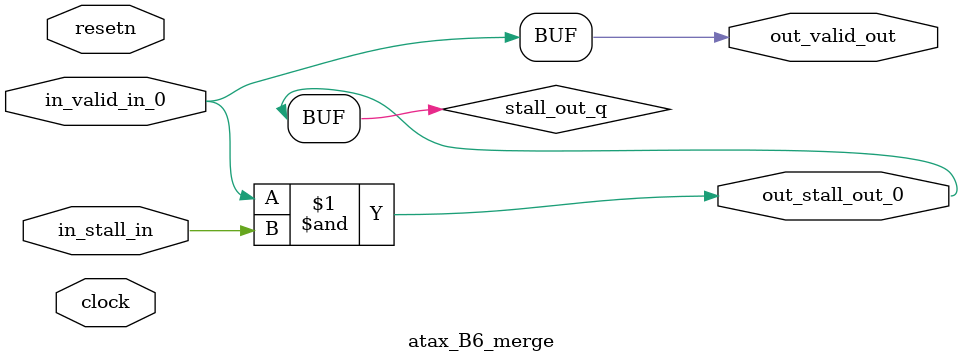
<source format=sv>



(* altera_attribute = "-name AUTO_SHIFT_REGISTER_RECOGNITION OFF; -name MESSAGE_DISABLE 10036; -name MESSAGE_DISABLE 10037; -name MESSAGE_DISABLE 14130; -name MESSAGE_DISABLE 14320; -name MESSAGE_DISABLE 15400; -name MESSAGE_DISABLE 14130; -name MESSAGE_DISABLE 10036; -name MESSAGE_DISABLE 12020; -name MESSAGE_DISABLE 12030; -name MESSAGE_DISABLE 12010; -name MESSAGE_DISABLE 12110; -name MESSAGE_DISABLE 14320; -name MESSAGE_DISABLE 13410; -name MESSAGE_DISABLE 113007; -name MESSAGE_DISABLE 10958" *)
module atax_B6_merge (
    input wire [0:0] in_stall_in,
    input wire [0:0] in_valid_in_0,
    output wire [0:0] out_stall_out_0,
    output wire [0:0] out_valid_out,
    input wire clock,
    input wire resetn
    );

    wire [0:0] stall_out_q;


    // stall_out(LOGICAL,6)
    assign stall_out_q = in_valid_in_0 & in_stall_in;

    // out_stall_out_0(GPOUT,4)
    assign out_stall_out_0 = stall_out_q;

    // out_valid_out(GPOUT,5)
    assign out_valid_out = in_valid_in_0;

endmodule

</source>
